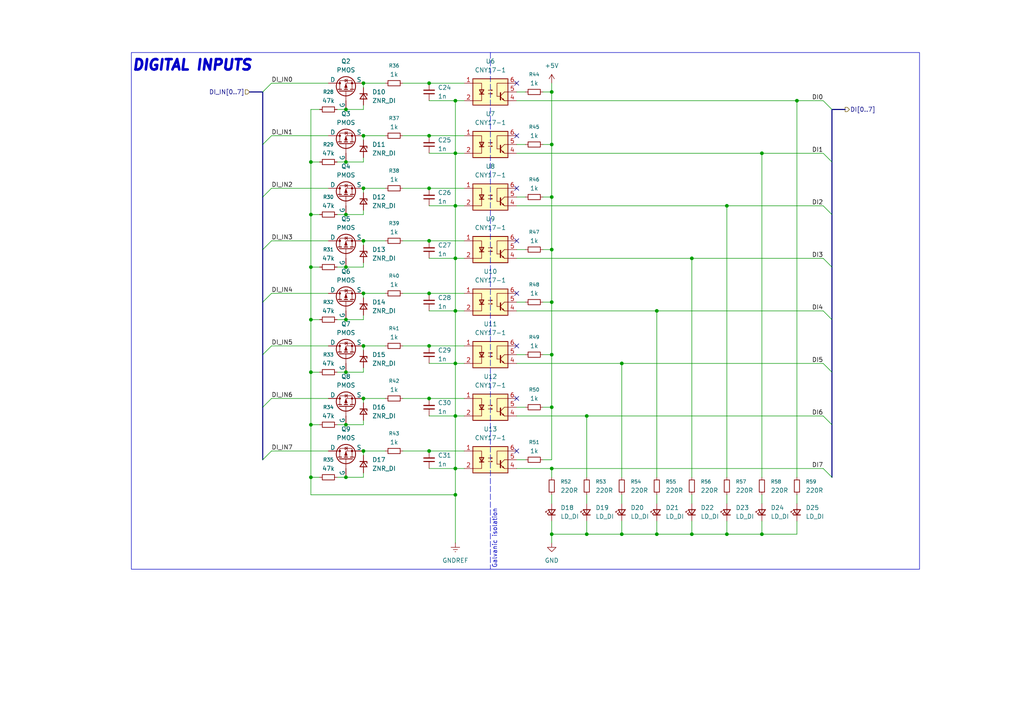
<source format=kicad_sch>
(kicad_sch (version 20250114) (generator "eeschema") (generator_version "9.0")
  (paper "A4")
  (title_block (title "PLC on STM - Digital IO Shield") (date "2025-12-27") (company "Author: Grzegorz Potocki"))
  (lib_symbols
    (symbol "Device:C_Small" (pin_numbers (hide yes)) (pin_names (offset 0.254) (hide yes))
      (property "Reference" "C" (at 0.254 1.778 0))
      (property "Value" "C_Small" (at 0.254 -2.032 0))
      (symbol "C_Small_0_1"
        (polyline (pts (xy -1.524 0.508) (xy 1.524 0.508)) (stroke (width 0.3048)))
        (polyline (pts (xy -1.524 -0.508) (xy 1.524 -0.508)) (stroke (width 0.3302)))
      )
      (symbol "C_Small_1_1"
        (pin passive line (at 0 2.54 270) (length 2.032) (name "~") (number "1"))
        (pin passive line (at 0 -2.54 90) (length 2.032) (name "~") (number "2"))
      )
    )
    (symbol "Device:D_Zener_Small" (pin_numbers (hide yes)) (pin_names (offset 0.254) (hide yes))
      (property "Reference" "D" (at 0 2.286 0))
      (property "Value" "D_Zener_Small" (at 0 -2.286 0))
      (symbol "D_Zener_Small_0_1"
        (polyline (pts (xy -0.254 1.016) (xy -0.762 1.016) (xy -0.762 -1.016)) (stroke (width 0.254)))
        (polyline (pts (xy 0.762 1.016) (xy -0.762 0) (xy 0.762 -1.016) (xy 0.762 1.016)) (stroke (width 0.254)))
        (polyline (pts (xy 0.762 0) (xy -0.762 0)))
      )
      (symbol "D_Zener_Small_1_1"
        (pin passive line (at -2.54 0 0) (length 1.778) (name "K") (number "1"))
        (pin passive line (at 2.54 0 180) (length 1.778) (name "A") (number "2"))
      )
    )
    (symbol "Device:LED_Small" (pin_numbers (hide yes)) (pin_names (offset 0.254) (hide yes))
      (property "Reference" "D" (at -1.27 3.175 0))
      (property "Value" "LED_Small" (at -4.445 -2.54 0))
      (symbol "LED_Small_0_1"
        (polyline (pts (xy -0.762 -1.016) (xy -0.762 1.016)) (stroke (width 0.254)))
        (polyline (pts (xy 0 0.762) (xy -0.508 1.27) (xy -0.254 1.27) (xy -0.508 1.27) (xy -0.508 1.016)))
        (polyline (pts (xy 0.508 1.27) (xy 0 1.778) (xy 0.254 1.778) (xy 0 1.778) (xy 0 1.524)))
        (polyline (pts (xy 0.762 -1.016) (xy -0.762 0) (xy 0.762 1.016) (xy 0.762 -1.016)) (stroke (width 0.254)))
        (polyline (pts (xy 1.016 0) (xy -0.762 0)))
      )
      (symbol "LED_Small_1_1"
        (pin passive line (at -2.54 0 0) (length 1.778) (name "K") (number "1"))
        (pin passive line (at 2.54 0 180) (length 1.778) (name "A") (number "2"))
      )
    )
    (symbol "Device:R_Small" (pin_numbers (hide yes)) (pin_names (offset 0.254) (hide yes))
      (property "Reference" "R" (at 0 0 90))
      (property "Value" "R_Small" (at 1.778 0 90))
      (symbol "R_Small_0_1"
        (rectangle (start -0.762 1.778) (end 0.762 -1.778) (stroke (width 0.2032)))
      )
      (symbol "R_Small_1_1"
        (pin passive line (at 0 2.54 270) (length 0.762) (name "~") (number "1"))
        (pin passive line (at 0 -2.54 90) (length 0.762) (name "~") (number "2"))
      )
    )
    (symbol "Isolator:CNY17-1" (pin_names (offset 1.016))
      (property "Reference" "U" (at -5.08 5.08 0))
      (property "Value" "CNY17-1" (at 0 5.08 0))
      (symbol "CNY17-1_0_1"
        (rectangle (start -5.08 3.81) (end 5.08 -3.81) (stroke (width 0.254)) (fill (type background)))
        (polyline (pts (xy -5.08 2.54) (xy -2.54 2.54) (xy -2.54 -0.762)))
        (polyline (pts (xy -3.175 -0.635) (xy -1.905 -0.635)) (stroke (width 0.254)))
        (polyline (pts (xy -2.54 -0.635) (xy -2.54 -2.54) (xy -5.08 -2.54)))
        (polyline (pts (xy -2.54 -0.635) (xy -3.175 0.635) (xy -1.905 0.635) (xy -2.54 -0.635)) (stroke (width 0.254)))
        (polyline (pts (xy -0.635 0.508) (xy 0.635 0.508) (xy 0.254 0.381) (xy 0.254 0.635) (xy 0.635 0.508)))
        (polyline (pts (xy -0.635 -0.508) (xy 0.635 -0.508) (xy 0.254 -0.635) (xy 0.254 -0.381) (xy 0.635 -0.508)))
        (polyline (pts (xy 1.905 -1.27) (xy 1.905 2.54) (xy 5.08 2.54)))
        (polyline (pts (xy 2.921 -0.254) (xy 2.921 -2.286)) (stroke (width 0.3556)))
        (polyline (pts (xy 2.921 -1.143) (xy 4.064 0)))
        (polyline (pts (xy 2.921 -1.27) (xy 1.905 -1.27)))
        (polyline (pts (xy 2.921 -1.397) (xy 4.064 -2.54)))
        (polyline (pts (xy 3.937 -2.413) (xy 3.683 -1.905) (xy 3.429 -2.159) (xy 3.937 -2.413)))
        (polyline (pts (xy 4.064 -2.54) (xy 5.08 -2.54)))
        (polyline (pts (xy 5.08 0) (xy 4.064 0)))
      )
      (symbol "CNY17-1_1_1"
        (pin passive line (at -7.62 2.54 0) (length 2.54) (name "~") (number "1"))
        (pin passive line (at -7.62 -2.54 0) (length 2.54) (name "~") (number "2"))
        (pin no_connect line (at -5.08 0 0) (length 2.54) (hide yes) (name "NC") (number "3"))
        (pin passive line (at 7.62 2.54 180) (length 2.54) (name "~") (number "6"))
        (pin passive line (at 7.62 0 180) (length 2.54) (name "~") (number "5"))
        (pin passive line (at 7.62 -2.54 180) (length 2.54) (name "~") (number "4"))
      )
    )
    (symbol "Simulation_SPICE:PMOS" (pin_numbers (hide yes)) (pin_names (offset 0))
      (property "Reference" "Q" (at 5.08 1.27 0))
      (property "Value" "PMOS" (at 5.08 -1.27 0))
      (symbol "PMOS_0_1"
        (polyline (pts (xy 0.254 1.905) (xy 0.254 -1.905)) (stroke (width 0.254)))
        (polyline (pts (xy 0.254 0) (xy -2.54 0)))
        (polyline (pts (xy 0.762 2.286) (xy 0.762 1.27)) (stroke (width 0.254)))
        (polyline (pts (xy 0.762 1.778) (xy 3.302 1.778) (xy 3.302 -1.778) (xy 0.762 -1.778)))
        (polyline (pts (xy 0.762 0.508) (xy 0.762 -0.508)) (stroke (width 0.254)))
        (polyline (pts (xy 0.762 -1.27) (xy 0.762 -2.286)) (stroke (width 0.254)))
        (circle (center 1.651 0) (radius 2.794) (stroke (width 0.254)))
        (polyline (pts (xy 2.286 0) (xy 1.27 0.381) (xy 1.27 -0.381) (xy 2.286 0)) (fill (type outline)))
        (polyline (pts (xy 2.54 2.54) (xy 2.54 1.778)))
        (circle (center 2.54 1.778) (radius 0.254) (fill (type outline)))
        (circle (center 2.54 -1.778) (radius 0.254) (fill (type outline)))
        (polyline (pts (xy 2.54 -2.54) (xy 2.54 0) (xy 0.762 0)))
        (polyline (pts (xy 2.794 -0.508) (xy 2.921 -0.381) (xy 3.683 -0.381) (xy 3.81 -0.254)))
        (polyline (pts (xy 3.302 -0.381) (xy 2.921 0.254) (xy 3.683 0.254) (xy 3.302 -0.381)))
      )
      (symbol "PMOS_1_1"
        (pin input line (at -5.08 0 0) (length 2.54) (name "G") (number "2"))
        (pin passive line (at 2.54 5.08 270) (length 2.54) (name "D") (number "1"))
        (pin passive line (at 2.54 -5.08 90) (length 2.54) (name "S") (number "3"))
      )
    )
    (symbol "power:+5V" (power) (pin_numbers (hide yes)) (pin_names (offset 0) (hide yes))
      (property "Value" "+5V" (at 0 3.556 0))
      (symbol "+5V_0_1"
        (polyline (pts (xy -0.762 1.27) (xy 0 2.54)))
        (polyline (pts (xy 0 2.54) (xy 0.762 1.27)))
        (polyline (pts (xy 0 0) (xy 0 2.54)))
      )
      (symbol "+5V_1_1"
        (pin power_in line (at 0 0 90) (length 0) (name "~") (number "1"))
      )
    )
    (symbol "power:GND" (power) (pin_numbers (hide yes)) (pin_names (offset 0) (hide yes))
      (property "Value" "GND" (at 0 -3.81 0))
      (symbol "GND_0_1"
        (polyline (pts (xy 0 0) (xy 0 -1.27) (xy 1.27 -1.27) (xy 0 -2.54) (xy -1.27 -1.27) (xy 0 -1.27)))
      )
      (symbol "GND_1_1"
        (pin power_in line (at 0 0 270) (length 0) (name "~") (number "1"))
      )
    )
    (symbol "power:GNDREF" (power) (pin_numbers (hide yes)) (pin_names (offset 0) (hide yes))
      (property "Value" "GNDREF" (at 0 -3.81 0))
      (symbol "GNDREF_0_1"
        (polyline (pts (xy -0.635 -1.905) (xy 0.635 -1.905)))
        (polyline (pts (xy -0.127 -2.54) (xy 0.127 -2.54)))
        (polyline (pts (xy 0 -1.27) (xy 0 0)))
        (polyline (pts (xy 1.27 -1.27) (xy -1.27 -1.27)))
      )
      (symbol "GNDREF_1_1"
        (pin power_in line (at 0 0 270) (length 0) (name "~") (number "1"))
      )
    )
  )
  (rectangle (start 38.1 15.24) (end 266.7 165.1))
  (text "Galvanic isolation" (at 143.51 156.21 90) (effects (font (size 1.27 1.27))))
  (text "DIGITAL INPUTS" (at 38.1 19.05 0) (effects (font (size 3 3) (thickness 2) (bold yes) (italic yes)) (justify left)))
  (junction (at 160.02 135.89))
  (junction (at 180.34 154.94))
  (junction (at 160.02 87.63))
  (junction (at 132.08 143.51))
  (junction (at 100.33 138.43))
  (junction (at 105.41 54.61))
  (junction (at 100.33 62.23))
  (junction (at 100.33 92.71))
  (junction (at 100.33 123.19))
  (junction (at 90.17 77.47))
  (junction (at 90.17 62.23))
  (junction (at 105.41 100.33))
  (junction (at 105.41 24.13))
  (junction (at 160.02 57.15))
  (junction (at 132.08 120.65))
  (junction (at 90.17 46.99))
  (junction (at 124.46 115.57))
  (junction (at 90.17 138.43))
  (junction (at 100.33 77.47))
  (junction (at 160.02 72.39))
  (junction (at 132.08 105.41))
  (junction (at 170.18 120.65))
  (junction (at 200.66 74.93))
  (junction (at 105.41 115.57))
  (junction (at 132.08 90.17))
  (junction (at 90.17 123.19))
  (junction (at 220.98 44.45))
  (junction (at 105.41 39.37))
  (junction (at 132.08 74.93))
  (junction (at 160.02 118.11))
  (junction (at 160.02 102.87))
  (junction (at 132.08 59.69))
  (junction (at 124.46 24.13))
  (junction (at 180.34 105.41))
  (junction (at 160.02 41.91))
  (junction (at 132.08 29.21))
  (junction (at 170.18 154.94))
  (junction (at 100.33 46.99))
  (junction (at 124.46 69.85))
  (junction (at 210.82 154.94))
  (junction (at 132.08 44.45))
  (junction (at 190.5 154.94))
  (junction (at 100.33 31.75))
  (junction (at 124.46 39.37))
  (junction (at 160.02 154.94))
  (junction (at 100.33 107.95))
  (junction (at 132.08 135.89))
  (junction (at 160.02 26.67))
  (junction (at 220.98 154.94))
  (junction (at 124.46 130.81))
  (junction (at 200.66 154.94))
  (junction (at 210.82 59.69))
  (junction (at 124.46 85.09))
  (junction (at 190.5 90.17))
  (junction (at 105.41 85.09))
  (junction (at 231.14 29.21))
  (junction (at 90.17 92.71))
  (junction (at 105.41 69.85))
  (junction (at 124.46 54.61))
  (junction (at 105.41 130.81))
  (junction (at 124.46 100.33))
  (junction (at 90.17 107.95))
  (no_connect (at 149.86 115.57))
  (no_connect (at 149.86 54.61))
  (no_connect (at 149.86 100.33))
  (no_connect (at 149.86 39.37))
  (no_connect (at 149.86 69.85))
  (no_connect (at 149.86 85.09))
  (no_connect (at 149.86 24.13))
  (no_connect (at 149.86 130.81))
  (bus_entry (at 238.76 59.69) (size 2.54 2.54))
  (bus_entry (at 238.76 120.65) (size 2.54 2.54))
  (bus_entry (at 78.74 85.09) (size -2.54 2.54))
  (bus_entry (at 78.74 115.57) (size -2.54 2.54))
  (bus_entry (at 78.74 54.61) (size -2.54 2.54))
  (bus_entry (at 238.76 44.45) (size 2.54 2.54))
  (bus_entry (at 238.76 135.89) (size 2.54 2.54))
  (bus_entry (at 238.76 90.17) (size 2.54 2.54))
  (bus_entry (at 238.76 105.41) (size 2.54 2.54))
  (bus_entry (at 238.76 29.21) (size 2.54 2.54))
  (bus_entry (at 238.76 74.93) (size 2.54 2.54))
  (bus_entry (at 78.74 100.33) (size -2.54 2.54))
  (bus_entry (at 78.74 39.37) (size -2.54 2.54))
  (bus_entry (at 78.74 24.13) (size -2.54 2.54))
  (bus_entry (at 78.74 69.85) (size -2.54 2.54))
  (bus_entry (at 78.74 130.81) (size -2.54 2.54))
  (wire (pts (xy 124.46 85.09) (xy 134.62 85.09)))
  (wire (pts (xy 180.34 105.41) (xy 180.34 138.43)))
  (wire (pts (xy 105.41 107.95) (xy 100.33 107.95)))
  (polyline (pts (xy 142.24 15.24) (xy 142.24 165.1)) (stroke (width 0) (type dash)))
  (bus (pts (xy 76.2 87.63) (xy 76.2 72.39)))
  (wire (pts (xy 97.79 31.75) (xy 100.33 31.75)))
  (wire (pts (xy 105.41 130.81) (xy 111.76 130.81)))
  (wire (pts (xy 200.66 74.93) (xy 238.76 74.93)))
  (wire (pts (xy 170.18 151.13) (xy 170.18 154.94)))
  (wire (pts (xy 200.66 143.51) (xy 200.66 146.05)))
  (wire (pts (xy 149.86 29.21) (xy 231.14 29.21)))
  (bus (pts (xy 72.39 26.67) (xy 76.2 26.67)))
  (wire (pts (xy 90.17 31.75) (xy 90.17 46.99)))
  (wire (pts (xy 160.02 102.87) (xy 160.02 118.11)))
  (wire (pts (xy 149.86 57.15) (xy 152.4 57.15)))
  (wire (pts (xy 105.41 115.57) (xy 111.76 115.57)))
  (wire (pts (xy 210.82 151.13) (xy 210.82 154.94)))
  (wire (pts (xy 124.46 29.21) (xy 132.08 29.21)))
  (wire (pts (xy 200.66 74.93) (xy 200.66 138.43)))
  (bus (pts (xy 76.2 57.15) (xy 76.2 41.91)))
  (wire (pts (xy 105.41 76.2) (xy 105.41 77.47)))
  (wire (pts (xy 170.18 120.65) (xy 170.18 138.43)))
  (wire (pts (xy 220.98 44.45) (xy 238.76 44.45)))
  (wire (pts (xy 90.17 123.19) (xy 90.17 138.43)))
  (wire (pts (xy 105.41 24.13) (xy 105.41 25.4)))
  (wire (pts (xy 105.41 92.71) (xy 100.33 92.71)))
  (wire (pts (xy 124.46 54.61) (xy 134.62 54.61)))
  (wire (pts (xy 160.02 118.11) (xy 160.02 133.35)))
  (wire (pts (xy 105.41 46.99) (xy 100.33 46.99)))
  (wire (pts (xy 124.46 59.69) (xy 132.08 59.69)))
  (bus (pts (xy 241.3 123.19) (xy 241.3 107.95)))
  (wire (pts (xy 134.62 90.17) (xy 132.08 90.17)))
  (wire (pts (xy 97.79 62.23) (xy 100.33 62.23)))
  (wire (pts (xy 160.02 41.91) (xy 160.02 57.15)))
  (wire (pts (xy 149.86 74.93) (xy 200.66 74.93)))
  (wire (pts (xy 105.41 106.68) (xy 105.41 107.95)))
  (wire (pts (xy 160.02 24.13) (xy 160.02 26.67)))
  (wire (pts (xy 170.18 154.94) (xy 180.34 154.94)))
  (wire (pts (xy 134.62 120.65) (xy 132.08 120.65)))
  (wire (pts (xy 190.5 90.17) (xy 190.5 138.43)))
  (wire (pts (xy 97.79 138.43) (xy 100.33 138.43)))
  (wire (pts (xy 134.62 59.69) (xy 132.08 59.69)))
  (wire (pts (xy 116.84 54.61) (xy 124.46 54.61)))
  (bus (pts (xy 76.2 41.91) (xy 76.2 26.67)))
  (wire (pts (xy 105.41 39.37) (xy 105.41 40.64)))
  (wire (pts (xy 90.17 46.99) (xy 90.17 62.23)))
  (wire (pts (xy 157.48 26.67) (xy 160.02 26.67)))
  (wire (pts (xy 160.02 154.94) (xy 170.18 154.94)))
  (wire (pts (xy 132.08 135.89) (xy 132.08 143.51)))
  (wire (pts (xy 97.79 123.19) (xy 100.33 123.19)))
  (bus (pts (xy 76.2 133.35) (xy 76.2 118.11)))
  (wire (pts (xy 231.14 29.21) (xy 238.76 29.21)))
  (wire (pts (xy 78.74 100.33) (xy 95.25 100.33)))
  (bus (pts (xy 241.3 62.23) (xy 241.3 46.99)))
  (wire (pts (xy 97.79 46.99) (xy 100.33 46.99)))
  (wire (pts (xy 105.41 115.57) (xy 105.41 116.84)))
  (wire (pts (xy 90.17 92.71) (xy 92.71 92.71)))
  (wire (pts (xy 124.46 69.85) (xy 134.62 69.85)))
  (wire (pts (xy 105.41 130.81) (xy 105.41 132.08)))
  (wire (pts (xy 90.17 92.71) (xy 90.17 107.95)))
  (wire (pts (xy 105.41 31.75) (xy 100.33 31.75)))
  (wire (pts (xy 105.41 45.72) (xy 105.41 46.99)))
  (wire (pts (xy 78.74 85.09) (xy 95.25 85.09)))
  (wire (pts (xy 149.86 41.91) (xy 152.4 41.91)))
  (wire (pts (xy 124.46 90.17) (xy 132.08 90.17)))
  (wire (pts (xy 149.86 133.35) (xy 152.4 133.35)))
  (wire (pts (xy 160.02 57.15) (xy 160.02 72.39)))
  (wire (pts (xy 149.86 72.39) (xy 152.4 72.39)))
  (wire (pts (xy 132.08 120.65) (xy 132.08 135.89)))
  (wire (pts (xy 116.84 39.37) (xy 124.46 39.37)))
  (wire (pts (xy 170.18 143.51) (xy 170.18 146.05)))
  (wire (pts (xy 160.02 72.39) (xy 160.02 87.63)))
  (wire (pts (xy 78.74 24.13) (xy 95.25 24.13)))
  (bus (pts (xy 241.3 46.99) (xy 241.3 31.75)))
  (wire (pts (xy 105.41 121.92) (xy 105.41 123.19)))
  (wire (pts (xy 90.17 62.23) (xy 92.71 62.23)))
  (wire (pts (xy 149.86 135.89) (xy 160.02 135.89)))
  (wire (pts (xy 78.74 54.61) (xy 95.25 54.61)))
  (wire (pts (xy 105.41 39.37) (xy 111.76 39.37)))
  (wire (pts (xy 105.41 30.48) (xy 105.41 31.75)))
  (wire (pts (xy 90.17 107.95) (xy 92.71 107.95)))
  (wire (pts (xy 132.08 59.69) (xy 132.08 74.93)))
  (wire (pts (xy 105.41 85.09) (xy 105.41 86.36)))
  (wire (pts (xy 124.46 39.37) (xy 134.62 39.37)))
  (wire (pts (xy 200.66 154.94) (xy 210.82 154.94)))
  (wire (pts (xy 134.62 135.89) (xy 132.08 135.89)))
  (wire (pts (xy 90.17 138.43) (xy 92.71 138.43)))
  (wire (pts (xy 190.5 143.51) (xy 190.5 146.05)))
  (wire (pts (xy 90.17 46.99) (xy 92.71 46.99)))
  (wire (pts (xy 97.79 92.71) (xy 100.33 92.71)))
  (wire (pts (xy 90.17 107.95) (xy 90.17 123.19)))
  (wire (pts (xy 134.62 29.21) (xy 132.08 29.21)))
  (wire (pts (xy 124.46 24.13) (xy 134.62 24.13)))
  (wire (pts (xy 132.08 44.45) (xy 132.08 59.69)))
  (wire (pts (xy 116.84 100.33) (xy 124.46 100.33)))
  (wire (pts (xy 149.86 102.87) (xy 152.4 102.87)))
  (wire (pts (xy 231.14 143.51) (xy 231.14 146.05)))
  (wire (pts (xy 116.84 115.57) (xy 124.46 115.57)))
  (wire (pts (xy 180.34 151.13) (xy 180.34 154.94)))
  (wire (pts (xy 105.41 60.96) (xy 105.41 62.23)))
  (wire (pts (xy 160.02 26.67) (xy 160.02 41.91)))
  (wire (pts (xy 78.74 115.57) (xy 95.25 115.57)))
  (wire (pts (xy 116.84 85.09) (xy 124.46 85.09)))
  (wire (pts (xy 105.41 77.47) (xy 100.33 77.47)))
  (wire (pts (xy 90.17 77.47) (xy 92.71 77.47)))
  (wire (pts (xy 149.86 105.41) (xy 180.34 105.41)))
  (wire (pts (xy 105.41 54.61) (xy 105.41 55.88)))
  (wire (pts (xy 124.46 44.45) (xy 132.08 44.45)))
  (wire (pts (xy 90.17 138.43) (xy 90.17 143.51)))
  (wire (pts (xy 134.62 44.45) (xy 132.08 44.45)))
  (bus (pts (xy 76.2 72.39) (xy 76.2 57.15)))
  (wire (pts (xy 132.08 74.93) (xy 132.08 90.17)))
  (wire (pts (xy 157.48 118.11) (xy 160.02 118.11)))
  (wire (pts (xy 200.66 151.13) (xy 200.66 154.94)))
  (wire (pts (xy 90.17 31.75) (xy 92.71 31.75)))
  (wire (pts (xy 124.46 130.81) (xy 134.62 130.81)))
  (wire (pts (xy 190.5 90.17) (xy 238.76 90.17)))
  (wire (pts (xy 160.02 135.89) (xy 160.02 138.43)))
  (wire (pts (xy 170.18 120.65) (xy 238.76 120.65)))
  (wire (pts (xy 149.86 59.69) (xy 210.82 59.69)))
  (wire (pts (xy 149.86 44.45) (xy 220.98 44.45)))
  (wire (pts (xy 231.14 29.21) (xy 231.14 138.43)))
  (wire (pts (xy 210.82 143.51) (xy 210.82 146.05)))
  (wire (pts (xy 157.48 57.15) (xy 160.02 57.15)))
  (wire (pts (xy 105.41 24.13) (xy 111.76 24.13)))
  (wire (pts (xy 90.17 123.19) (xy 92.71 123.19)))
  (wire (pts (xy 180.34 154.94) (xy 190.5 154.94)))
  (wire (pts (xy 220.98 154.94) (xy 231.14 154.94)))
  (wire (pts (xy 210.82 59.69) (xy 210.82 138.43)))
  (wire (pts (xy 90.17 77.47) (xy 90.17 92.71)))
  (wire (pts (xy 105.41 137.16) (xy 105.41 138.43)))
  (bus (pts (xy 76.2 102.87) (xy 76.2 87.63)))
  (wire (pts (xy 97.79 107.95) (xy 100.33 107.95)))
  (wire (pts (xy 132.08 105.41) (xy 132.08 120.65)))
  (wire (pts (xy 160.02 133.35) (xy 157.48 133.35)))
  (wire (pts (xy 134.62 105.41) (xy 132.08 105.41)))
  (bus (pts (xy 241.3 107.95) (xy 241.3 92.71)))
  (wire (pts (xy 132.08 29.21) (xy 132.08 44.45)))
  (wire (pts (xy 90.17 62.23) (xy 90.17 77.47)))
  (wire (pts (xy 132.08 90.17) (xy 132.08 105.41)))
  (wire (pts (xy 149.86 90.17) (xy 190.5 90.17)))
  (wire (pts (xy 105.41 69.85) (xy 105.41 71.12)))
  (wire (pts (xy 134.62 74.93) (xy 132.08 74.93)))
  (wire (pts (xy 124.46 100.33) (xy 134.62 100.33)))
  (wire (pts (xy 90.17 143.51) (xy 132.08 143.51)))
  (wire (pts (xy 149.86 26.67) (xy 152.4 26.67)))
  (wire (pts (xy 116.84 130.81) (xy 124.46 130.81)))
  (wire (pts (xy 157.48 102.87) (xy 160.02 102.87)))
  (wire (pts (xy 78.74 39.37) (xy 95.25 39.37)))
  (wire (pts (xy 190.5 154.94) (xy 200.66 154.94)))
  (wire (pts (xy 105.41 54.61) (xy 111.76 54.61)))
  (wire (pts (xy 160.02 157.48) (xy 160.02 154.94)))
  (wire (pts (xy 160.02 135.89) (xy 238.76 135.89)))
  (wire (pts (xy 157.48 87.63) (xy 160.02 87.63)))
  (wire (pts (xy 105.41 138.43) (xy 100.33 138.43)))
  (wire (pts (xy 78.74 69.85) (xy 95.25 69.85)))
  (wire (pts (xy 105.41 100.33) (xy 111.76 100.33)))
  (wire (pts (xy 149.86 118.11) (xy 152.4 118.11)))
  (wire (pts (xy 116.84 24.13) (xy 124.46 24.13)))
  (wire (pts (xy 160.02 87.63) (xy 160.02 102.87)))
  (bus (pts (xy 241.3 92.71) (xy 241.3 77.47)))
  (wire (pts (xy 180.34 143.51) (xy 180.34 146.05)))
  (wire (pts (xy 220.98 143.51) (xy 220.98 146.05)))
  (wire (pts (xy 116.84 69.85) (xy 124.46 69.85)))
  (wire (pts (xy 210.82 154.94) (xy 220.98 154.94)))
  (wire (pts (xy 97.79 77.47) (xy 100.33 77.47)))
  (wire (pts (xy 78.74 130.81) (xy 95.25 130.81)))
  (wire (pts (xy 105.41 123.19) (xy 100.33 123.19)))
  (wire (pts (xy 160.02 151.13) (xy 160.02 154.94)))
  (wire (pts (xy 105.41 85.09) (xy 111.76 85.09)))
  (wire (pts (xy 180.34 105.41) (xy 238.76 105.41)))
  (wire (pts (xy 105.41 100.33) (xy 105.41 101.6)))
  (wire (pts (xy 220.98 44.45) (xy 220.98 138.43)))
  (wire (pts (xy 124.46 120.65) (xy 132.08 120.65)))
  (bus (pts (xy 76.2 118.11) (xy 76.2 102.87)))
  (wire (pts (xy 231.14 151.13) (xy 231.14 154.94)))
  (wire (pts (xy 124.46 135.89) (xy 132.08 135.89)))
  (wire (pts (xy 105.41 69.85) (xy 111.76 69.85)))
  (wire (pts (xy 220.98 151.13) (xy 220.98 154.94)))
  (wire (pts (xy 149.86 87.63) (xy 152.4 87.63)))
  (wire (pts (xy 124.46 74.93) (xy 132.08 74.93)))
  (wire (pts (xy 157.48 72.39) (xy 160.02 72.39)))
  (wire (pts (xy 149.86 120.65) (xy 170.18 120.65)))
  (wire (pts (xy 157.48 41.91) (xy 160.02 41.91)))
  (wire (pts (xy 210.82 59.69) (xy 238.76 59.69)))
  (wire (pts (xy 105.41 62.23) (xy 100.33 62.23)))
  (wire (pts (xy 124.46 105.41) (xy 132.08 105.41)))
  (wire (pts (xy 124.46 115.57) (xy 134.62 115.57)))
  (bus (pts (xy 241.3 31.75) (xy 245.11 31.75)))
  (wire (pts (xy 105.41 91.44) (xy 105.41 92.71)))
  (bus (pts (xy 241.3 138.43) (xy 241.3 123.19)))
  (wire (pts (xy 132.08 143.51) (xy 132.08 157.48)))
  (bus (pts (xy 241.3 77.47) (xy 241.3 62.23)))
  (wire (pts (xy 190.5 151.13) (xy 190.5 154.94)))
  (wire (pts (xy 160.02 143.51) (xy 160.02 146.05)))
  (label "DI_IN0" (at 78.74 24.13 0))
  (label "DI_IN6" (at 78.74 115.57 0))
  (label "DI3" (at 238.76 74.93 180))
  (label "DI_IN5" (at 78.74 100.33 0))
  (label "DI_IN1" (at 78.74 39.37 0))
  (label "DI6" (at 238.76 120.65 180))
  (label "DI_IN4" (at 78.74 85.09 0))
  (label "DI2" (at 238.76 59.69 180))
  (label "DI4" (at 238.76 90.17 180))
  (label "DI7" (at 238.76 135.89 180))
  (label "DI1" (at 238.76 44.45 180))
  (label "DI5" (at 238.76 105.41 180))
  (label "DI0" (at 238.76 29.21 180))
  (label "DI_IN2" (at 78.74 54.61 0))
  (label "DI_IN3" (at 78.74 69.85 0))
  (label "DI_IN7" (at 78.74 130.81 0))
  (hierarchical_label "DI_IN[0..7]" (shape input) (at 72.39 26.67 180))
  (hierarchical_label "DI[0..7]" (shape output) (at 245.11 31.75 0))
  (symbol (lib_id "Device:C_Small") (at 124.46 72.39 180) (unit 1)
    (property "Reference" "C27" (at 127 71.1135 0) (effects (justify right)))
    (property "Value" "1n" (at 127 73.6535 0) (effects (justify right)))
    (property "Description" "Unpolarized capacitor, small symbol" (effects (hide yes)))
  )
  (symbol (lib_id "Device:R_Small") (at 95.25 92.71 90) (unit 1)
    (property "Reference" "R32" (at 95.25 87.63 90) (effects (font (size 1.016 1.016))))
    (property "Value" "47k" (at 95.25 90.17 90))
    (property "Description" "Resistor, small symbol" (effects (hide yes)))
  )
  (symbol (lib_id "Device:C_Small") (at 124.46 87.63 180) (unit 1)
    (property "Reference" "C28" (at 127 86.3535 0) (effects (justify right)))
    (property "Value" "1n" (at 127 88.8935 0) (effects (justify right)))
    (property "Description" "Unpolarized capacitor, small symbol" (effects (hide yes)))
  )
  (symbol (lib_id "Device:R_Small") (at 114.3 130.81 90) (unit 1)
    (property "Reference" "R43" (at 114.3 125.73 90) (effects (font (size 1.016 1.016))))
    (property "Value" "1k" (at 114.3 128.27 90))
    (property "Description" "Resistor, small symbol" (effects (hide yes)))
  )
  (symbol (lib_id "Device:R_Small") (at 95.25 107.95 90) (unit 1)
    (property "Reference" "R33" (at 95.25 102.87 90) (effects (font (size 1.016 1.016))))
    (property "Value" "47k" (at 95.25 105.41 90))
    (property "Description" "Resistor, small symbol" (effects (hide yes)))
  )
  (symbol (lib_id "Device:C_Small") (at 124.46 57.15 180) (unit 1)
    (property "Reference" "C26" (at 127 55.8735 0) (effects (justify right)))
    (property "Value" "1n" (at 127 58.4135 0) (effects (justify right)))
    (property "Description" "Unpolarized capacitor, small symbol" (effects (hide yes)))
  )
  (symbol (lib_id "Device:R_Small") (at 114.3 115.57 90) (unit 1)
    (property "Reference" "R42" (at 114.3 110.49 90) (effects (font (size 1.016 1.016))))
    (property "Value" "1k" (at 114.3 113.03 90))
    (property "Description" "Resistor, small symbol" (effects (hide yes)))
  )
  (symbol (lib_id "Isolator:CNY17-1") (at 142.24 57.15 0) (unit 1)
    (property "Reference" "U8" (at 142.24 48.26 0))
    (property "Value" "CNY17-1" (at 142.24 50.8 0))
    (property "Datasheet" "http://www.vishay.com/docs/83606/cny17.pdf" (effects (hide yes)))
    (property "Description" "DC Optocoupler Base Connected, Vce 70V, CTR 40-80%, Viso 5000V (RMS), DIP6" (effects (hide yes)))
  )
  (symbol (lib_id "Device:LED_Small") (at 190.5 148.59 90) (unit 1)
    (property "Reference" "D21" (at 193.04 147.2564 90) (effects (justify right)))
    (property "Value" "LD_DI" (at 193.04 149.7964 90) (effects (justify right)))
    (property "Description" "Light emitting diode, small symbol" (effects (hide yes)))
    (property "Sim.Pin" "1=K 2=A" (effects (hide yes)))
  )
  (symbol (lib_id "Device:LED_Small") (at 220.98 148.59 90) (unit 1)
    (property "Reference" "D24" (at 223.52 147.2564 90) (effects (justify right)))
    (property "Value" "LD_DI" (at 223.52 149.7964 90) (effects (justify right)))
    (property "Description" "Light emitting diode, small symbol" (effects (hide yes)))
    (property "Sim.Pin" "1=K 2=A" (effects (hide yes)))
  )
  (symbol (lib_id "Device:R_Small") (at 95.25 123.19 90) (unit 1)
    (property "Reference" "R34" (at 95.25 118.11 90) (effects (font (size 1.016 1.016))))
    (property "Value" "47k" (at 95.25 120.65 90))
    (property "Description" "Resistor, small symbol" (effects (hide yes)))
  )
  (symbol (lib_id "power:GND") (at 160.02 157.48 0) (unit 1)
    (property "Reference" "#PWR034" (effects (hide yes)))
    (property "Value" "GND" (at 160.02 162.56 0))
    (property "Description" "Power symbol creates a global label with name \"GND\" , ground" (effects (hide yes)))
  )
  (symbol (lib_id "Isolator:CNY17-1") (at 142.24 87.63 0) (unit 1)
    (property "Reference" "U10" (at 142.24 78.74 0))
    (property "Value" "CNY17-1" (at 142.24 81.28 0))
    (property "Datasheet" "http://www.vishay.com/docs/83606/cny17.pdf" (effects (hide yes)))
    (property "Description" "DC Optocoupler Base Connected, Vce 70V, CTR 40-80%, Viso 5000V (RMS), DIP6" (effects (hide yes)))
  )
  (symbol (lib_id "Device:R_Small") (at 95.25 31.75 90) (unit 1)
    (property "Reference" "R28" (at 95.25 26.67 90) (effects (font (size 1.016 1.016))))
    (property "Value" "47k" (at 95.25 29.21 90))
    (property "Description" "Resistor, small symbol" (effects (hide yes)))
  )
  (symbol (lib_id "Device:LED_Small") (at 231.14 148.59 90) (unit 1)
    (property "Reference" "D25" (at 233.68 147.2564 90) (effects (justify right)))
    (property "Value" "LD_DI" (at 233.68 149.7964 90) (effects (justify right)))
    (property "Description" "Light emitting diode, small symbol" (effects (hide yes)))
    (property "Sim.Pin" "1=K 2=A" (effects (hide yes)))
  )
  (symbol (lib_id "Simulation_SPICE:PMOS") (at 100.33 26.67 90) (unit 1)
    (property "Reference" "Q2" (at 100.33 17.78 90))
    (property "Value" "PMOS" (at 100.33 20.32 90))
    (property "Datasheet" "https://ngspice.sourceforge.io/docs/ngspice-html-manual/manual.xhtml#cha_MOSFETs" (effects (hide yes)))
    (property "Description" "P-MOSFET transistor, drain/source/gate" (effects (hide yes)))
    (property "Sim.Device" "PMOS" (effects (hide yes)))
    (property "Sim.Type" "VDMOS" (effects (hide yes)))
    (property "Sim.Pins" "1=D 2=G 3=S" (effects (hide yes)))
  )
  (symbol (lib_id "Isolator:CNY17-1") (at 142.24 102.87 0) (unit 1)
    (property "Reference" "U11" (at 142.24 93.98 0))
    (property "Value" "CNY17-1" (at 142.24 96.52 0))
    (property "Datasheet" "http://www.vishay.com/docs/83606/cny17.pdf" (effects (hide yes)))
    (property "Description" "DC Optocoupler Base Connected, Vce 70V, CTR 40-80%, Viso 5000V (RMS), DIP6" (effects (hide yes)))
  )
  (symbol (lib_id "Device:R_Small") (at 95.25 62.23 90) (unit 1)
    (property "Reference" "R30" (at 95.25 57.15 90) (effects (font (size 1.016 1.016))))
    (property "Value" "47k" (at 95.25 59.69 90))
    (property "Description" "Resistor, small symbol" (effects (hide yes)))
  )
  (symbol (lib_id "Device:R_Small") (at 190.5 140.97 0) (unit 1)
    (property "Reference" "R55" (at 193.04 139.6999 0) (effects (font (size 1.016 1.016)) (justify left)))
    (property "Value" "220R" (at 193.04 142.2399 0) (effects (justify left)))
    (property "Description" "Resistor, small symbol" (effects (hide yes)))
  )
  (symbol (lib_id "Simulation_SPICE:PMOS") (at 100.33 133.35 90) (unit 1)
    (property "Reference" "Q9" (at 100.33 124.46 90))
    (property "Value" "PMOS" (at 100.33 127 90))
    (property "Datasheet" "https://ngspice.sourceforge.io/docs/ngspice-html-manual/manual.xhtml#cha_MOSFETs" (effects (hide yes)))
    (property "Description" "P-MOSFET transistor, drain/source/gate" (effects (hide yes)))
    (property "Sim.Device" "PMOS" (effects (hide yes)))
    (property "Sim.Type" "VDMOS" (effects (hide yes)))
    (property "Sim.Pins" "1=D 2=G 3=S" (effects (hide yes)))
  )
  (symbol (lib_id "power:GNDREF") (at 132.08 157.48 0) (unit 1)
    (property "Reference" "#PWR032" (effects (hide yes)))
    (property "Value" "GNDREF" (at 132.08 162.56 0))
    (property "Description" "Power symbol creates a global label with name \"GNDREF\" , reference supply ground" (effects (hide yes)))
  )
  (symbol (lib_id "Isolator:CNY17-1") (at 142.24 72.39 0) (unit 1)
    (property "Reference" "U9" (at 142.24 63.5 0))
    (property "Value" "CNY17-1" (at 142.24 66.04 0))
    (property "Datasheet" "http://www.vishay.com/docs/83606/cny17.pdf" (effects (hide yes)))
    (property "Description" "DC Optocoupler Base Connected, Vce 70V, CTR 40-80%, Viso 5000V (RMS), DIP6" (effects (hide yes)))
  )
  (symbol (lib_id "Device:D_Zener_Small") (at 105.41 73.66 270) (unit 1)
    (property "Reference" "D13" (at 107.95 72.3899 90) (effects (justify left)))
    (property "Value" "ZNR_DI" (at 107.95 74.9299 90) (effects (justify left)))
    (property "Description" "Zener diode, small symbol" (effects (hide yes)))
  )
  (symbol (lib_id "Device:R_Small") (at 95.25 77.47 90) (unit 1)
    (property "Reference" "R31" (at 95.25 72.39 90) (effects (font (size 1.016 1.016))))
    (property "Value" "47k" (at 95.25 74.93 90))
    (property "Description" "Resistor, small symbol" (effects (hide yes)))
  )
  (symbol (lib_id "Simulation_SPICE:PMOS") (at 100.33 41.91 90) (unit 1)
    (property "Reference" "Q3" (at 100.33 33.02 90))
    (property "Value" "PMOS" (at 100.33 35.56 90))
    (property "Datasheet" "https://ngspice.sourceforge.io/docs/ngspice-html-manual/manual.xhtml#cha_MOSFETs" (effects (hide yes)))
    (property "Description" "P-MOSFET transistor, drain/source/gate" (effects (hide yes)))
    (property "Sim.Device" "PMOS" (effects (hide yes)))
    (property "Sim.Type" "VDMOS" (effects (hide yes)))
    (property "Sim.Pins" "1=D 2=G 3=S" (effects (hide yes)))
  )
  (symbol (lib_id "Device:D_Zener_Small") (at 105.41 27.94 270) (unit 1)
    (property "Reference" "D10" (at 107.95 26.6699 90) (effects (justify left)))
    (property "Value" "ZNR_DI" (at 107.95 29.2099 90) (effects (justify left)))
    (property "Description" "Zener diode, small symbol" (effects (hide yes)))
  )
  (symbol (lib_id "Device:R_Small") (at 154.94 26.67 90) (unit 1)
    (property "Reference" "R44" (at 154.94 21.59 90) (effects (font (size 1.016 1.016))))
    (property "Value" "1k" (at 154.94 24.13 90))
    (property "Description" "Resistor, small symbol" (effects (hide yes)))
  )
  (symbol (lib_id "Device:LED_Small") (at 200.66 148.59 90) (unit 1)
    (property "Reference" "D22" (at 203.2 147.2564 90) (effects (justify right)))
    (property "Value" "LD_DI" (at 203.2 149.7964 90) (effects (justify right)))
    (property "Description" "Light emitting diode, small symbol" (effects (hide yes)))
    (property "Sim.Pin" "1=K 2=A" (effects (hide yes)))
  )
  (symbol (lib_id "Device:R_Small") (at 114.3 54.61 90) (unit 1)
    (property "Reference" "R38" (at 114.3 49.53 90) (effects (font (size 1.016 1.016))))
    (property "Value" "1k" (at 114.3 52.07 90))
    (property "Description" "Resistor, small symbol" (effects (hide yes)))
  )
  (symbol (lib_id "Device:R_Small") (at 154.94 118.11 90) (unit 1)
    (property "Reference" "R50" (at 154.94 113.03 90) (effects (font (size 1.016 1.016))))
    (property "Value" "1k" (at 154.94 115.57 90))
    (property "Description" "Resistor, small symbol" (effects (hide yes)))
  )
  (symbol (lib_id "Device:R_Small") (at 154.94 102.87 90) (unit 1)
    (property "Reference" "R49" (at 154.94 97.79 90) (effects (font (size 1.016 1.016))))
    (property "Value" "1k" (at 154.94 100.33 90))
    (property "Description" "Resistor, small symbol" (effects (hide yes)))
  )
  (symbol (lib_id "Device:C_Small") (at 124.46 41.91 180) (unit 1)
    (property "Reference" "C25" (at 127 40.6335 0) (effects (justify right)))
    (property "Value" "1n" (at 127 43.1735 0) (effects (justify right)))
    (property "Description" "Unpolarized capacitor, small symbol" (effects (hide yes)))
  )
  (symbol (lib_id "Device:D_Zener_Small") (at 105.41 134.62 270) (unit 1)
    (property "Reference" "D17" (at 107.95 133.3499 90) (effects (justify left)))
    (property "Value" "ZNR_DI" (at 107.95 135.8899 90) (effects (justify left)))
    (property "Description" "Zener diode, small symbol" (effects (hide yes)))
  )
  (symbol (lib_id "Isolator:CNY17-1") (at 142.24 133.35 0) (unit 1)
    (property "Reference" "U13" (at 142.24 124.46 0))
    (property "Value" "CNY17-1" (at 142.24 127 0))
    (property "Datasheet" "http://www.vishay.com/docs/83606/cny17.pdf" (effects (hide yes)))
    (property "Description" "DC Optocoupler Base Connected, Vce 70V, CTR 40-80%, Viso 5000V (RMS), DIP6" (effects (hide yes)))
  )
  (symbol (lib_id "Device:R_Small") (at 114.3 69.85 90) (unit 1)
    (property "Reference" "R39" (at 114.3 64.77 90) (effects (font (size 1.016 1.016))))
    (property "Value" "1k" (at 114.3 67.31 90))
    (property "Description" "Resistor, small symbol" (effects (hide yes)))
  )
  (symbol (lib_id "Device:R_Small") (at 154.94 87.63 90) (unit 1)
    (property "Reference" "R48" (at 154.94 82.55 90) (effects (font (size 1.016 1.016))))
    (property "Value" "1k" (at 154.94 85.09 90))
    (property "Description" "Resistor, small symbol" (effects (hide yes)))
  )
  (symbol (lib_id "Device:R_Small") (at 160.02 140.97 0) (unit 1)
    (property "Reference" "R52" (at 162.56 139.6999 0) (effects (font (size 1.016 1.016)) (justify left)))
    (property "Value" "220R" (at 162.56 142.2399 0) (effects (justify left)))
    (property "Description" "Resistor, small symbol" (effects (hide yes)))
  )
  (symbol (lib_id "Device:R_Small") (at 114.3 85.09 90) (unit 1)
    (property "Reference" "R40" (at 114.3 80.01 90) (effects (font (size 1.016 1.016))))
    (property "Value" "1k" (at 114.3 82.55 90))
    (property "Description" "Resistor, small symbol" (effects (hide yes)))
  )
  (symbol (lib_id "Device:D_Zener_Small") (at 105.41 119.38 270) (unit 1)
    (property "Reference" "D16" (at 107.95 118.1099 90) (effects (justify left)))
    (property "Value" "ZNR_DI" (at 107.95 120.6499 90) (effects (justify left)))
    (property "Description" "Zener diode, small symbol" (effects (hide yes)))
  )
  (symbol (lib_id "Device:R_Small") (at 114.3 24.13 90) (unit 1)
    (property "Reference" "R36" (at 114.3 19.05 90) (effects (font (size 1.016 1.016))))
    (property "Value" "1k" (at 114.3 21.59 90))
    (property "Description" "Resistor, small symbol" (effects (hide yes)))
  )
  (symbol (lib_id "Simulation_SPICE:PMOS") (at 100.33 57.15 90) (unit 1)
    (property "Reference" "Q4" (at 100.33 48.26 90))
    (property "Value" "PMOS" (at 100.33 50.8 90))
    (property "Datasheet" "https://ngspice.sourceforge.io/docs/ngspice-html-manual/manual.xhtml#cha_MOSFETs" (effects (hide yes)))
    (property "Description" "P-MOSFET transistor, drain/source/gate" (effects (hide yes)))
    (property "Sim.Device" "PMOS" (effects (hide yes)))
    (property "Sim.Type" "VDMOS" (effects (hide yes)))
    (property "Sim.Pins" "1=D 2=G 3=S" (effects (hide yes)))
  )
  (symbol (lib_id "Device:D_Zener_Small") (at 105.41 88.9 270) (unit 1)
    (property "Reference" "D14" (at 107.95 87.6299 90) (effects (justify left)))
    (property "Value" "ZNR_DI" (at 107.95 90.1699 90) (effects (justify left)))
    (property "Description" "Zener diode, small symbol" (effects (hide yes)))
  )
  (symbol (lib_id "Isolator:CNY17-1") (at 142.24 41.91 0) (unit 1)
    (property "Reference" "U7" (at 142.24 33.02 0))
    (property "Value" "CNY17-1" (at 142.24 35.56 0))
    (property "Datasheet" "http://www.vishay.com/docs/83606/cny17.pdf" (effects (hide yes)))
    (property "Description" "DC Optocoupler Base Connected, Vce 70V, CTR 40-80%, Viso 5000V (RMS), DIP6" (effects (hide yes)))
  )
  (symbol (lib_id "Device:R_Small") (at 180.34 140.97 0) (unit 1)
    (property "Reference" "R54" (at 182.88 139.6999 0) (effects (font (size 1.016 1.016)) (justify left)))
    (property "Value" "220R" (at 182.88 142.2399 0) (effects (justify left)))
    (property "Description" "Resistor, small symbol" (effects (hide yes)))
  )
  (symbol (lib_id "Device:R_Small") (at 114.3 39.37 90) (unit 1)
    (property "Reference" "R37" (at 114.3 34.29 90) (effects (font (size 1.016 1.016))))
    (property "Value" "1k" (at 114.3 36.83 90))
    (property "Description" "Resistor, small symbol" (effects (hide yes)))
  )
  (symbol (lib_id "Isolator:CNY17-1") (at 142.24 26.67 0) (unit 1)
    (property "Reference" "U6" (at 142.24 17.78 0))
    (property "Value" "CNY17-1" (at 142.24 20.32 0))
    (property "Datasheet" "http://www.vishay.com/docs/83606/cny17.pdf" (effects (hide yes)))
    (property "Description" "DC Optocoupler Base Connected, Vce 70V, CTR 40-80%, Viso 5000V (RMS), DIP6" (effects (hide yes)))
  )
  (symbol (lib_id "Device:D_Zener_Small") (at 105.41 104.14 270) (unit 1)
    (property "Reference" "D15" (at 107.95 102.8699 90) (effects (justify left)))
    (property "Value" "ZNR_DI" (at 107.95 105.4099 90) (effects (justify left)))
    (property "Description" "Zener diode, small symbol" (effects (hide yes)))
  )
  (symbol (lib_id "Device:C_Small") (at 124.46 102.87 180) (unit 1)
    (property "Reference" "C29" (at 127 101.5935 0) (effects (justify right)))
    (property "Value" "1n" (at 127 104.1335 0) (effects (justify right)))
    (property "Description" "Unpolarized capacitor, small symbol" (effects (hide yes)))
  )
  (symbol (lib_id "Device:R_Small") (at 231.14 140.97 0) (unit 1)
    (property "Reference" "R59" (at 233.68 139.6999 0) (effects (font (size 1.016 1.016)) (justify left)))
    (property "Value" "220R" (at 233.68 142.2399 0) (effects (justify left)))
    (property "Description" "Resistor, small symbol" (effects (hide yes)))
  )
  (symbol (lib_id "Simulation_SPICE:PMOS") (at 100.33 72.39 90) (unit 1)
    (property "Reference" "Q5" (at 100.33 63.5 90))
    (property "Value" "PMOS" (at 100.33 66.04 90))
    (property "Datasheet" "https://ngspice.sourceforge.io/docs/ngspice-html-manual/manual.xhtml#cha_MOSFETs" (effects (hide yes)))
    (property "Description" "P-MOSFET transistor, drain/source/gate" (effects (hide yes)))
    (property "Sim.Device" "PMOS" (effects (hide yes)))
    (property "Sim.Type" "VDMOS" (effects (hide yes)))
    (property "Sim.Pins" "1=D 2=G 3=S" (effects (hide yes)))
  )
  (symbol (lib_id "Device:R_Small") (at 170.18 140.97 0) (unit 1)
    (property "Reference" "R53" (at 172.72 139.6999 0) (effects (font (size 1.016 1.016)) (justify left)))
    (property "Value" "220R" (at 172.72 142.2399 0) (effects (justify left)))
    (property "Description" "Resistor, small symbol" (effects (hide yes)))
  )
  (symbol (lib_id "Isolator:CNY17-1") (at 142.24 118.11 0) (unit 1)
    (property "Reference" "U12" (at 142.24 109.22 0))
    (property "Value" "CNY17-1" (at 142.24 111.76 0))
    (property "Datasheet" "http://www.vishay.com/docs/83606/cny17.pdf" (effects (hide yes)))
    (property "Description" "DC Optocoupler Base Connected, Vce 70V, CTR 40-80%, Viso 5000V (RMS), DIP6" (effects (hide yes)))
  )
  (symbol (lib_id "Simulation_SPICE:PMOS") (at 100.33 118.11 90) (unit 1)
    (property "Reference" "Q8" (at 100.33 109.22 90))
    (property "Value" "PMOS" (at 100.33 111.76 90))
    (property "Datasheet" "https://ngspice.sourceforge.io/docs/ngspice-html-manual/manual.xhtml#cha_MOSFETs" (effects (hide yes)))
    (property "Description" "P-MOSFET transistor, drain/source/gate" (effects (hide yes)))
    (property "Sim.Device" "PMOS" (effects (hide yes)))
    (property "Sim.Type" "VDMOS" (effects (hide yes)))
    (property "Sim.Pins" "1=D 2=G 3=S" (effects (hide yes)))
  )
  (symbol (lib_id "Device:R_Small") (at 154.94 41.91 90) (unit 1)
    (property "Reference" "R45" (at 154.94 36.83 90) (effects (font (size 1.016 1.016))))
    (property "Value" "1k" (at 154.94 39.37 90))
    (property "Description" "Resistor, small symbol" (effects (hide yes)))
  )
  (symbol (lib_id "Device:C_Small") (at 124.46 118.11 180) (unit 1)
    (property "Reference" "C30" (at 127 116.8335 0) (effects (justify right)))
    (property "Value" "1n" (at 127 119.3735 0) (effects (justify right)))
    (property "Description" "Unpolarized capacitor, small symbol" (effects (hide yes)))
  )
  (symbol (lib_id "Device:D_Zener_Small") (at 105.41 43.18 270) (unit 1)
    (property "Reference" "D11" (at 107.95 41.9099 90) (effects (justify left)))
    (property "Value" "ZNR_DI" (at 107.95 44.4499 90) (effects (justify left)))
    (property "Description" "Zener diode, small symbol" (effects (hide yes)))
  )
  (symbol (lib_id "Device:R_Small") (at 114.3 100.33 90) (unit 1)
    (property "Reference" "R41" (at 114.3 95.25 90) (effects (font (size 1.016 1.016))))
    (property "Value" "1k" (at 114.3 97.79 90))
    (property "Description" "Resistor, small symbol" (effects (hide yes)))
  )
  (symbol (lib_id "Device:R_Small") (at 200.66 140.97 0) (unit 1)
    (property "Reference" "R56" (at 203.2 139.6999 0) (effects (font (size 1.016 1.016)) (justify left)))
    (property "Value" "220R" (at 203.2 142.2399 0) (effects (justify left)))
    (property "Description" "Resistor, small symbol" (effects (hide yes)))
  )
  (symbol (lib_id "Simulation_SPICE:PMOS") (at 100.33 102.87 90) (unit 1)
    (property "Reference" "Q7" (at 100.33 93.98 90))
    (property "Value" "PMOS" (at 100.33 96.52 90))
    (property "Datasheet" "https://ngspice.sourceforge.io/docs/ngspice-html-manual/manual.xhtml#cha_MOSFETs" (effects (hide yes)))
    (property "Description" "P-MOSFET transistor, drain/source/gate" (effects (hide yes)))
    (property "Sim.Device" "PMOS" (effects (hide yes)))
    (property "Sim.Type" "VDMOS" (effects (hide yes)))
    (property "Sim.Pins" "1=D 2=G 3=S" (effects (hide yes)))
  )
  (symbol (lib_id "Simulation_SPICE:PMOS") (at 100.33 87.63 90) (unit 1)
    (property "Reference" "Q6" (at 100.33 78.74 90))
    (property "Value" "PMOS" (at 100.33 81.28 90))
    (property "Datasheet" "https://ngspice.sourceforge.io/docs/ngspice-html-manual/manual.xhtml#cha_MOSFETs" (effects (hide yes)))
    (property "Description" "P-MOSFET transistor, drain/source/gate" (effects (hide yes)))
    (property "Sim.Device" "PMOS" (effects (hide yes)))
    (property "Sim.Type" "VDMOS" (effects (hide yes)))
    (property "Sim.Pins" "1=D 2=G 3=S" (effects (hide yes)))
  )
  (symbol (lib_id "Device:C_Small") (at 124.46 133.35 180) (unit 1)
    (property "Reference" "C31" (at 127 132.0735 0) (effects (justify right)))
    (property "Value" "1n" (at 127 134.6135 0) (effects (justify right)))
    (property "Description" "Unpolarized capacitor, small symbol" (effects (hide yes)))
  )
  (symbol (lib_id "Device:R_Small") (at 95.25 138.43 90) (unit 1)
    (property "Reference" "R35" (at 95.25 133.35 90) (effects (font (size 1.016 1.016))))
    (property "Value" "47k" (at 95.25 135.89 90))
    (property "Description" "Resistor, small symbol" (effects (hide yes)))
  )
  (symbol (lib_id "power:+5V") (at 160.02 24.13 0) (unit 1)
    (property "Reference" "#PWR033" (effects (hide yes)))
    (property "Value" "+5V" (at 160.02 19.05 0))
    (property "Description" "Power symbol creates a global label with name \"+5V\"" (effects (hide yes)))
  )
  (symbol (lib_id "Device:R_Small") (at 154.94 57.15 90) (unit 1)
    (property "Reference" "R46" (at 154.94 52.07 90) (effects (font (size 1.016 1.016))))
    (property "Value" "1k" (at 154.94 54.61 90))
    (property "Description" "Resistor, small symbol" (effects (hide yes)))
  )
  (symbol (lib_id "Device:LED_Small") (at 180.34 148.59 90) (unit 1)
    (property "Reference" "D20" (at 182.88 147.2564 90) (effects (justify right)))
    (property "Value" "LD_DI" (at 182.88 149.7964 90) (effects (justify right)))
    (property "Description" "Light emitting diode, small symbol" (effects (hide yes)))
    (property "Sim.Pin" "1=K 2=A" (effects (hide yes)))
  )
  (symbol (lib_id "Device:R_Small") (at 210.82 140.97 0) (unit 1)
    (property "Reference" "R57" (at 213.36 139.6999 0) (effects (font (size 1.016 1.016)) (justify left)))
    (property "Value" "220R" (at 213.36 142.2399 0) (effects (justify left)))
    (property "Description" "Resistor, small symbol" (effects (hide yes)))
  )
  (symbol (lib_id "Device:LED_Small") (at 160.02 148.59 90) (unit 1)
    (property "Reference" "D18" (at 162.56 147.2564 90) (effects (justify right)))
    (property "Value" "LD_DI" (at 162.56 149.7964 90) (effects (justify right)))
    (property "Description" "Light emitting diode, small symbol" (effects (hide yes)))
    (property "Sim.Pin" "1=K 2=A" (effects (hide yes)))
  )
  (symbol (lib_id "Device:C_Small") (at 124.46 26.67 180) (unit 1)
    (property "Reference" "C24" (at 127 25.3935 0) (effects (justify right)))
    (property "Value" "1n" (at 127 27.9335 0) (effects (justify right)))
    (property "Description" "Unpolarized capacitor, small symbol" (effects (hide yes)))
  )
  (symbol (lib_id "Device:LED_Small") (at 170.18 148.59 90) (unit 1)
    (property "Reference" "D19" (at 172.72 147.2564 90) (effects (justify right)))
    (property "Value" "LD_DI" (at 172.72 149.7964 90) (effects (justify right)))
    (property "Description" "Light emitting diode, small symbol" (effects (hide yes)))
    (property "Sim.Pin" "1=K 2=A" (effects (hide yes)))
  )
  (symbol (lib_id "Device:R_Small") (at 95.25 46.99 90) (unit 1)
    (property "Reference" "R29" (at 95.25 41.91 90) (effects (font (size 1.016 1.016))))
    (property "Value" "47k" (at 95.25 44.45 90))
    (property "Description" "Resistor, small symbol" (effects (hide yes)))
  )
  (symbol (lib_id "Device:R_Small") (at 154.94 133.35 90) (unit 1)
    (property "Reference" "R51" (at 154.94 128.27 90) (effects (font (size 1.016 1.016))))
    (property "Value" "1k" (at 154.94 130.81 90))
    (property "Description" "Resistor, small symbol" (effects (hide yes)))
  )
  (symbol (lib_id "Device:D_Zener_Small") (at 105.41 58.42 270) (unit 1)
    (property "Reference" "D12" (at 107.95 57.1499 90) (effects (justify left)))
    (property "Value" "ZNR_DI" (at 107.95 59.6899 90) (effects (justify left)))
    (property "Description" "Zener diode, small symbol" (effects (hide yes)))
  )
  (symbol (lib_id "Device:LED_Small") (at 210.82 148.59 90) (unit 1)
    (property "Reference" "D23" (at 213.36 147.2564 90) (effects (justify right)))
    (property "Value" "LD_DI" (at 213.36 149.7964 90) (effects (justify right)))
    (property "Description" "Light emitting diode, small symbol" (effects (hide yes)))
    (property "Sim.Pin" "1=K 2=A" (effects (hide yes)))
  )
  (symbol (lib_id "Device:R_Small") (at 220.98 140.97 0) (unit 1)
    (property "Reference" "R58" (at 223.52 139.6999 0) (effects (font (size 1.016 1.016)) (justify left)))
    (property "Value" "220R" (at 223.52 142.2399 0) (effects (justify left)))
    (property "Description" "Resistor, small symbol" (effects (hide yes)))
  )
  (symbol (lib_id "Device:R_Small") (at 154.94 72.39 90) (unit 1)
    (property "Reference" "R47" (at 154.94 67.31 90) (effects (font (size 1.016 1.016))))
    (property "Value" "1k" (at 154.94 69.85 90))
    (property "Description" "Resistor, small symbol" (effects (hide yes)))
  )
)
</source>
